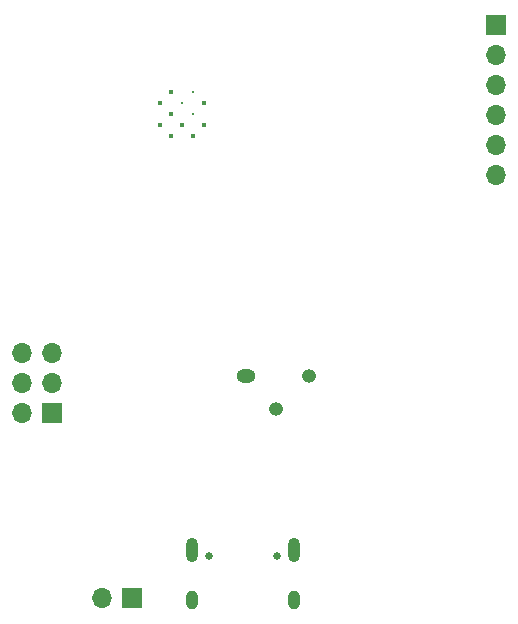
<source format=gbs>
G04 #@! TF.GenerationSoftware,KiCad,Pcbnew,6.0.7-f9a2dced07~116~ubuntu20.04.1*
G04 #@! TF.CreationDate,2022-12-02T22:22:49+05:00*
G04 #@! TF.ProjectId,smart light,736d6172-7420-46c6-9967-68742e6b6963,rev?*
G04 #@! TF.SameCoordinates,Original*
G04 #@! TF.FileFunction,Soldermask,Bot*
G04 #@! TF.FilePolarity,Negative*
%FSLAX46Y46*%
G04 Gerber Fmt 4.6, Leading zero omitted, Abs format (unit mm)*
G04 Created by KiCad (PCBNEW 6.0.7-f9a2dced07~116~ubuntu20.04.1) date 2022-12-02 22:22:49*
%MOMM*%
%LPD*%
G01*
G04 APERTURE LIST*
%ADD10R,1.700000X1.700000*%
%ADD11O,1.700000X1.700000*%
%ADD12C,0.400000*%
%ADD13C,0.300000*%
%ADD14O,1.600000X1.200000*%
%ADD15O,1.200000X1.200000*%
%ADD16C,0.650000*%
%ADD17O,1.000000X1.600000*%
%ADD18O,1.000000X2.100000*%
G04 APERTURE END LIST*
D10*
X144569418Y-83365460D03*
D11*
X142029418Y-83365460D03*
X144569418Y-80825460D03*
X142029418Y-80825460D03*
X144569418Y-78285460D03*
X142029418Y-78285460D03*
D12*
X153699418Y-59007960D03*
X153699418Y-57172960D03*
X154616918Y-59925460D03*
X154616918Y-58090460D03*
X154616918Y-56255460D03*
X155534418Y-59007960D03*
D13*
X155534418Y-57172960D03*
D12*
X156451918Y-59925460D03*
D13*
X156451918Y-58090460D03*
X156451918Y-56255460D03*
D12*
X157369418Y-59007960D03*
X157369418Y-57172960D03*
D10*
X151294418Y-99040460D03*
D11*
X148754418Y-99040460D03*
D10*
X182119418Y-50515460D03*
D11*
X182119418Y-53055460D03*
X182119418Y-55595460D03*
X182119418Y-58135460D03*
X182119418Y-60675460D03*
X182119418Y-63215460D03*
D14*
X160954418Y-80240460D03*
D15*
X166288418Y-80240460D03*
X163494418Y-83034460D03*
D16*
X157804418Y-95520460D03*
X163584418Y-95520460D03*
D17*
X165014418Y-99200460D03*
D18*
X165014418Y-95020460D03*
D17*
X156374418Y-99200460D03*
D18*
X156374418Y-95020460D03*
M02*

</source>
